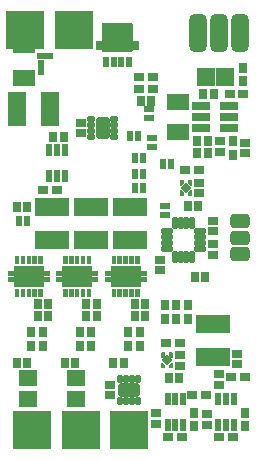
<source format=gbr>
%TF.GenerationSoftware,Altium Limited,Altium Designer,24.6.1 (21)*%
G04 Layer_Color=16711935*
%FSLAX26Y26*%
%MOIN*%
%TF.SameCoordinates,E3325630-42F2-41CE-953C-F4D0AC061200*%
%TF.FilePolarity,Negative*%
%TF.FileFunction,Soldermask,Bot*%
%TF.Part,Single*%
G01*
G75*
%TA.AperFunction,SMDPad,CuDef*%
%ADD77R,0.037528X0.031622*%
%ADD79R,0.031622X0.033197*%
%ADD80R,0.126110X0.126110*%
%ADD81R,0.033197X0.031622*%
%ADD82R,0.031622X0.037528*%
G04:AMPARAMS|DCode=84|XSize=57.213mil|YSize=126.11mil|CornerRadius=16.303mil|HoleSize=0mil|Usage=FLASHONLY|Rotation=0.000|XOffset=0mil|YOffset=0mil|HoleType=Round|Shape=RoundedRectangle|*
%AMROUNDEDRECTD84*
21,1,0.057213,0.093504,0,0,0.0*
21,1,0.024606,0.126110,0,0,0.0*
1,1,0.032606,0.012303,-0.046752*
1,1,0.032606,-0.012303,-0.046752*
1,1,0.032606,-0.012303,0.046752*
1,1,0.032606,0.012303,0.046752*
%
%ADD84ROUNDEDRECTD84*%
G04:AMPARAMS|DCode=89|XSize=67.055mil|YSize=47.37mil|CornerRadius=13.842mil|HoleSize=0mil|Usage=FLASHONLY|Rotation=0.000|XOffset=0mil|YOffset=0mil|HoleType=Round|Shape=RoundedRectangle|*
%AMROUNDEDRECTD89*
21,1,0.067055,0.019685,0,0,0.0*
21,1,0.039370,0.047370,0,0,0.0*
1,1,0.027685,0.019685,-0.009843*
1,1,0.027685,-0.019685,-0.009843*
1,1,0.027685,-0.019685,0.009843*
1,1,0.027685,0.019685,0.009843*
%
%ADD89ROUNDEDRECTD89*%
%ADD90R,0.059181X0.114299*%
%ADD96R,0.021386X0.039496*%
%ADD97R,0.024535X0.033984*%
%ADD98R,0.114299X0.059181*%
%ADD104R,0.072961X0.055244*%
%ADD105R,0.023748X0.035559*%
%ADD106R,0.021779X0.025323*%
%ADD107R,0.025323X0.021779*%
%ADD108R,0.021779X0.041465*%
%ADD109R,0.035559X0.023748*%
G04:AMPARAMS|DCode=110|XSize=41.071mil|YSize=18.236mil|CornerRadius=5.279mil|HoleSize=0mil|Usage=FLASHONLY|Rotation=180.000|XOffset=0mil|YOffset=0mil|HoleType=Round|Shape=RoundedRectangle|*
%AMROUNDEDRECTD110*
21,1,0.041071,0.007677,0,0,180.0*
21,1,0.030512,0.018236,0,0,180.0*
1,1,0.010559,-0.015256,0.003839*
1,1,0.010559,0.015256,0.003839*
1,1,0.010559,0.015256,-0.003839*
1,1,0.010559,-0.015256,-0.003839*
%
%ADD110ROUNDEDRECTD110*%
G04:AMPARAMS|DCode=111|XSize=41.071mil|YSize=18.236mil|CornerRadius=5.279mil|HoleSize=0mil|Usage=FLASHONLY|Rotation=90.000|XOffset=0mil|YOffset=0mil|HoleType=Round|Shape=RoundedRectangle|*
%AMROUNDEDRECTD111*
21,1,0.041071,0.007677,0,0,90.0*
21,1,0.030512,0.018236,0,0,90.0*
1,1,0.010559,0.003839,0.015256*
1,1,0.010559,0.003839,-0.015256*
1,1,0.010559,-0.003839,-0.015256*
1,1,0.010559,-0.003839,0.015256*
%
%ADD111ROUNDEDRECTD111*%
G04:AMPARAMS|DCode=112|XSize=27.685mil|YSize=17.843mil|CornerRadius=5.23mil|HoleSize=0mil|Usage=FLASHONLY|Rotation=270.000|XOffset=0mil|YOffset=0mil|HoleType=Round|Shape=RoundedRectangle|*
%AMROUNDEDRECTD112*
21,1,0.027685,0.007382,0,0,270.0*
21,1,0.017224,0.017843,0,0,270.0*
1,1,0.010461,-0.003691,-0.008612*
1,1,0.010461,-0.003691,0.008612*
1,1,0.010461,0.003691,0.008612*
1,1,0.010461,0.003691,-0.008612*
%
%ADD112ROUNDEDRECTD112*%
%ADD113P,0.033964X4X180.0*%
G04:AMPARAMS|DCode=114|XSize=27.685mil|YSize=17.843mil|CornerRadius=5.23mil|HoleSize=0mil|Usage=FLASHONLY|Rotation=180.000|XOffset=0mil|YOffset=0mil|HoleType=Round|Shape=RoundedRectangle|*
%AMROUNDEDRECTD114*
21,1,0.027685,0.007382,0,0,180.0*
21,1,0.017224,0.017843,0,0,180.0*
1,1,0.010461,-0.008612,0.003691*
1,1,0.010461,0.008612,0.003691*
1,1,0.010461,0.008612,-0.003691*
1,1,0.010461,-0.008612,-0.003691*
%
%ADD114ROUNDEDRECTD114*%
G04:AMPARAMS|DCode=115|XSize=43.433mil|YSize=70.992mil|CornerRadius=4.886mil|HoleSize=0mil|Usage=FLASHONLY|Rotation=180.000|XOffset=0mil|YOffset=0mil|HoleType=Round|Shape=RoundedRectangle|*
%AMROUNDEDRECTD115*
21,1,0.043433,0.061221,0,0,180.0*
21,1,0.033661,0.070992,0,0,180.0*
1,1,0.009772,-0.016831,0.030610*
1,1,0.009772,0.016831,0.030610*
1,1,0.009772,0.016831,-0.030610*
1,1,0.009772,-0.016831,-0.030610*
%
%ADD115ROUNDEDRECTD115*%
%ADD116R,0.061150X0.031622*%
%ADD117R,0.059181X0.063118*%
%ADD118R,0.076898X0.055244*%
G04:AMPARAMS|DCode=119|XSize=43.433mil|YSize=70.992mil|CornerRadius=4.886mil|HoleSize=0mil|Usage=FLASHONLY|Rotation=270.000|XOffset=0mil|YOffset=0mil|HoleType=Round|Shape=RoundedRectangle|*
%AMROUNDEDRECTD119*
21,1,0.043433,0.061221,0,0,270.0*
21,1,0.033661,0.070992,0,0,270.0*
1,1,0.009772,-0.030610,-0.016831*
1,1,0.009772,-0.030610,0.016831*
1,1,0.009772,0.030610,0.016831*
1,1,0.009772,0.030610,-0.016831*
%
%ADD119ROUNDEDRECTD119*%
%ADD120R,0.061150X0.053276*%
G36*
X421192Y1433108D02*
X421707Y1433006D01*
X422203Y1432837D01*
X422673Y1432605D01*
X423110Y1432314D01*
X423504Y1431968D01*
X423849Y1431574D01*
X424141Y1431138D01*
X424373Y1430668D01*
X424541Y1430171D01*
X424644Y1429657D01*
X424678Y1429134D01*
Y1372119D01*
X442126D01*
X442649Y1372084D01*
X443163Y1371982D01*
X443660Y1371814D01*
X444130Y1371582D01*
X444566Y1371290D01*
X444960Y1370945D01*
X445306Y1370551D01*
X445597Y1370114D01*
X445829Y1369644D01*
X445998Y1369148D01*
X446100Y1368633D01*
X446135Y1368110D01*
Y1345669D01*
X446100Y1345146D01*
X445998Y1344632D01*
X445829Y1344135D01*
X445597Y1343665D01*
X445306Y1343229D01*
X444960Y1342835D01*
X444566Y1342489D01*
X444130Y1342198D01*
X443660Y1341966D01*
X443163Y1341797D01*
X442649Y1341695D01*
X442126Y1341661D01*
X424678D01*
Y1338583D01*
X424644Y1338060D01*
X424541Y1337545D01*
X424373Y1337049D01*
X424141Y1336578D01*
X423849Y1336142D01*
X423504Y1335748D01*
X423110Y1335402D01*
X422673Y1335111D01*
X422203Y1334879D01*
X421707Y1334711D01*
X421192Y1334608D01*
X420669Y1334574D01*
X327362D01*
X326839Y1334608D01*
X326325Y1334711D01*
X325828Y1334879D01*
X325358Y1335111D01*
X324922Y1335402D01*
X324528Y1335748D01*
X324182Y1336142D01*
X323891Y1336578D01*
X323659Y1337049D01*
X323490Y1337545D01*
X323388Y1338060D01*
X323354Y1338583D01*
Y1341661D01*
X305906D01*
X305382Y1341695D01*
X304868Y1341797D01*
X304372Y1341966D01*
X303901Y1342198D01*
X303465Y1342489D01*
X303071Y1342835D01*
X302725Y1343229D01*
X302434Y1343665D01*
X302202Y1344135D01*
X302034Y1344632D01*
X301931Y1345146D01*
X301897Y1345669D01*
Y1368110D01*
X301931Y1368633D01*
X302034Y1369148D01*
X302202Y1369644D01*
X302434Y1370114D01*
X302725Y1370551D01*
X303071Y1370945D01*
X303465Y1371290D01*
X303901Y1371582D01*
X304372Y1371814D01*
X304868Y1371982D01*
X305382Y1372084D01*
X305906Y1372119D01*
X323354D01*
Y1429134D01*
X323388Y1429657D01*
X323490Y1430171D01*
X323659Y1430668D01*
X323891Y1431138D01*
X324182Y1431574D01*
X324528Y1431968D01*
X324922Y1432314D01*
X325358Y1432605D01*
X325828Y1432837D01*
X326325Y1433006D01*
X326839Y1433108D01*
X327362Y1433142D01*
X343898D01*
X344421Y1433108D01*
X344935Y1433006D01*
X345432Y1432837D01*
X345902Y1432605D01*
X346338Y1432314D01*
X346732Y1431968D01*
X347078Y1431574D01*
X347369Y1431138D01*
X347601Y1430668D01*
X347770Y1430171D01*
X347872Y1429657D01*
X347906Y1429134D01*
Y1414639D01*
X348944D01*
Y1429134D01*
X348978Y1429657D01*
X349081Y1430171D01*
X349249Y1430668D01*
X349481Y1431138D01*
X349772Y1431574D01*
X350118Y1431968D01*
X350512Y1432314D01*
X350948Y1432605D01*
X351419Y1432837D01*
X351915Y1433006D01*
X352430Y1433108D01*
X352953Y1433142D01*
X369488D01*
X370011Y1433108D01*
X370526Y1433006D01*
X371022Y1432837D01*
X371492Y1432605D01*
X371928Y1432314D01*
X372323Y1431968D01*
X372668Y1431574D01*
X372960Y1431138D01*
X373192Y1430668D01*
X373360Y1430171D01*
X373462Y1429657D01*
X373497Y1429134D01*
Y1414639D01*
X374535D01*
Y1429134D01*
X374569Y1429657D01*
X374671Y1430171D01*
X374840Y1430668D01*
X375072Y1431138D01*
X375363Y1431574D01*
X375709Y1431968D01*
X376103Y1432314D01*
X376539Y1432605D01*
X377009Y1432837D01*
X377506Y1433006D01*
X378020Y1433108D01*
X378543Y1433142D01*
X395079D01*
X395602Y1433108D01*
X396116Y1433006D01*
X396613Y1432837D01*
X397083Y1432605D01*
X397519Y1432314D01*
X397913Y1431968D01*
X398259Y1431574D01*
X398550Y1431138D01*
X398782Y1430668D01*
X398951Y1430171D01*
X399053Y1429657D01*
X399087Y1429134D01*
Y1414639D01*
X400125D01*
Y1429134D01*
X400159Y1429657D01*
X400262Y1430171D01*
X400430Y1430668D01*
X400662Y1431138D01*
X400954Y1431574D01*
X401299Y1431968D01*
X401693Y1432314D01*
X402130Y1432605D01*
X402600Y1432837D01*
X403096Y1433006D01*
X403611Y1433108D01*
X404134Y1433142D01*
X420669D01*
X421192Y1433108D01*
D02*
G37*
G36*
X619693Y908441D02*
X620085Y908347D01*
X620457Y908193D01*
X620800Y907982D01*
X621106Y907721D01*
X621368Y907414D01*
X621579Y907071D01*
X621733Y906699D01*
X621827Y906307D01*
X621858Y905905D01*
Y891732D01*
X621827Y891331D01*
X621733Y890939D01*
X621579Y890567D01*
X621368Y890223D01*
X621106Y889917D01*
X620800Y889656D01*
X620457Y889445D01*
X620085Y889291D01*
X619693Y889197D01*
X619291Y889165D01*
X618110D01*
X617850Y889186D01*
X617712Y889197D01*
X617711Y889197D01*
X617709Y889197D01*
X617500Y889247D01*
X617320Y889290D01*
X617318Y889291D01*
X617317Y889291D01*
X617151Y889360D01*
X616947Y889444D01*
X616946Y889445D01*
X616945Y889445D01*
X616819Y889522D01*
X616604Y889654D01*
X616602Y889655D01*
X616601Y889656D01*
X616513Y889731D01*
X616297Y889915D01*
X609196Y897001D01*
X609194Y897002D01*
X609194Y897003D01*
X609113Y897097D01*
X608934Y897307D01*
X608932Y897308D01*
X608932Y897309D01*
X608869Y897411D01*
X608723Y897650D01*
X608722Y897651D01*
X608721Y897652D01*
X608652Y897822D01*
X608568Y898022D01*
X608568Y898023D01*
X608567Y898025D01*
X608514Y898245D01*
X608474Y898413D01*
X608474Y898414D01*
X608473Y898416D01*
X608452Y898689D01*
X608442Y898815D01*
X608442Y898816D01*
X608442Y898818D01*
Y905905D01*
X608473Y906307D01*
X608567Y906699D01*
X608721Y907071D01*
X608932Y907414D01*
X609194Y907721D01*
X609500Y907982D01*
X609843Y908193D01*
X610216Y908347D01*
X610607Y908441D01*
X611009Y908472D01*
X619291D01*
X619693Y908441D01*
D02*
G37*
G36*
X594117D02*
X594509Y908347D01*
X594881Y908193D01*
X595225Y907982D01*
X595531Y907721D01*
X595793Y907414D01*
X596003Y907071D01*
X596157Y906699D01*
X596251Y906307D01*
X596283Y905905D01*
Y898818D01*
X596283Y898816D01*
X596283Y898815D01*
X596273Y898689D01*
X596251Y898416D01*
X596251Y898414D01*
X596251Y898413D01*
X596210Y898245D01*
X596157Y898025D01*
X596157Y898023D01*
X596156Y898022D01*
X596073Y897822D01*
X596003Y897652D01*
X596002Y897651D01*
X596002Y897650D01*
X595855Y897411D01*
X595793Y897309D01*
X595792Y897308D01*
X595791Y897307D01*
X595611Y897097D01*
X595531Y897003D01*
X595530Y897002D01*
X595529Y897001D01*
X588427Y889915D01*
X588211Y889731D01*
X588123Y889656D01*
X588122Y889655D01*
X588121Y889654D01*
X587905Y889522D01*
X587780Y889445D01*
X587779Y889445D01*
X587777Y889444D01*
X587573Y889360D01*
X587408Y889291D01*
X587406Y889291D01*
X587405Y889290D01*
X587225Y889247D01*
X587016Y889197D01*
X587014Y889197D01*
X587013Y889197D01*
X586875Y889186D01*
X586614Y889165D01*
X585433D01*
X585032Y889197D01*
X584640Y889291D01*
X584268Y889445D01*
X583924Y889656D01*
X583618Y889917D01*
X583356Y890223D01*
X583146Y890567D01*
X582992Y890939D01*
X582898Y891331D01*
X582866Y891732D01*
Y905905D01*
X582898Y906307D01*
X582992Y906699D01*
X583146Y907071D01*
X583356Y907414D01*
X583618Y907721D01*
X583924Y907982D01*
X584268Y908193D01*
X584640Y908347D01*
X585032Y908441D01*
X585433Y908472D01*
X593716D01*
X594117Y908441D01*
D02*
G37*
G36*
X619693Y874583D02*
X620085Y874489D01*
X620457Y874335D01*
X620800Y874124D01*
X621106Y873862D01*
X621368Y873556D01*
X621579Y873213D01*
X621733Y872841D01*
X621827Y872449D01*
X621858Y872047D01*
Y857874D01*
X621827Y857472D01*
X621733Y857081D01*
X621579Y856709D01*
X621368Y856365D01*
X621106Y856059D01*
X620800Y855797D01*
X620457Y855587D01*
X620085Y855433D01*
X619693Y855339D01*
X619291Y855307D01*
X611009D01*
X610607Y855339D01*
X610216Y855433D01*
X609843Y855587D01*
X609500Y855797D01*
X609194Y856059D01*
X608932Y856365D01*
X608721Y856709D01*
X608567Y857081D01*
X608473Y857472D01*
X608442Y857874D01*
Y864962D01*
X608442Y864964D01*
X608442Y864965D01*
X608452Y865091D01*
X608473Y865363D01*
X608474Y865365D01*
X608474Y865366D01*
X608514Y865535D01*
X608567Y865755D01*
X608568Y865756D01*
X608568Y865758D01*
X608652Y865958D01*
X608721Y866127D01*
X608722Y866128D01*
X608723Y866130D01*
X608869Y866368D01*
X608932Y866471D01*
X608932Y866471D01*
X608934Y866473D01*
X609113Y866683D01*
X609194Y866777D01*
X609194Y866778D01*
X609196Y866779D01*
X616297Y873865D01*
X616513Y874049D01*
X616601Y874124D01*
X616602Y874124D01*
X616604Y874126D01*
X616819Y874257D01*
X616945Y874335D01*
X616946Y874335D01*
X616947Y874336D01*
X617151Y874420D01*
X617317Y874489D01*
X617318Y874489D01*
X617320Y874490D01*
X617500Y874533D01*
X617709Y874583D01*
X617711Y874583D01*
X617712Y874583D01*
X617850Y874594D01*
X618110Y874614D01*
X619291D01*
X619693Y874583D01*
D02*
G37*
G36*
X586875Y874594D02*
X587013Y874583D01*
X587014Y874583D01*
X587016Y874583D01*
X587225Y874533D01*
X587405Y874490D01*
X587406Y874489D01*
X587408Y874489D01*
X587573Y874420D01*
X587777Y874336D01*
X587779Y874335D01*
X587780Y874335D01*
X587905Y874257D01*
X588121Y874126D01*
X588122Y874124D01*
X588123Y874124D01*
X588211Y874049D01*
X588427Y873865D01*
X595529Y866779D01*
X595530Y866778D01*
X595531Y866777D01*
X595611Y866683D01*
X595791Y866473D01*
X595792Y866471D01*
X595793Y866471D01*
X595855Y866368D01*
X596002Y866130D01*
X596002Y866128D01*
X596003Y866127D01*
X596073Y865958D01*
X596156Y865758D01*
X596157Y865756D01*
X596157Y865755D01*
X596210Y865535D01*
X596251Y865366D01*
X596251Y865365D01*
X596251Y865363D01*
X596273Y865091D01*
X596283Y864965D01*
X596283Y864964D01*
X596283Y864962D01*
Y857874D01*
X596251Y857472D01*
X596157Y857081D01*
X596003Y856709D01*
X595793Y856365D01*
X595531Y856059D01*
X595225Y855797D01*
X594881Y855587D01*
X594509Y855433D01*
X594117Y855339D01*
X593716Y855307D01*
X585433D01*
X585032Y855339D01*
X584640Y855433D01*
X584268Y855587D01*
X583924Y855797D01*
X583618Y856059D01*
X583356Y856365D01*
X583146Y856709D01*
X582992Y857081D01*
X582898Y857472D01*
X582866Y857874D01*
Y872047D01*
X582898Y872449D01*
X582992Y872841D01*
X583146Y873213D01*
X583356Y873556D01*
X583618Y873862D01*
X583924Y874124D01*
X584268Y874335D01*
X584640Y874489D01*
X585032Y874583D01*
X585433Y874614D01*
X586614D01*
X586875Y874594D01*
D02*
G37*
G36*
X448425Y627165D02*
X433465D01*
Y656299D01*
X448425D01*
Y627165D01*
D02*
G37*
G36*
X428740D02*
X413780D01*
Y656299D01*
X428740D01*
Y627165D01*
D02*
G37*
G36*
X409055D02*
X394095D01*
Y656299D01*
X409055D01*
Y627165D01*
D02*
G37*
G36*
X389370D02*
X374409D01*
Y656299D01*
X389370D01*
Y627165D01*
D02*
G37*
G36*
X369685D02*
X354724D01*
Y656299D01*
X369685D01*
Y627165D01*
D02*
G37*
G36*
X287008D02*
X272047D01*
Y656299D01*
X287008D01*
Y627165D01*
D02*
G37*
G36*
X267323D02*
X252362D01*
Y656299D01*
X267323D01*
Y627165D01*
D02*
G37*
G36*
X247638D02*
X232677D01*
Y656299D01*
X247638D01*
Y627165D01*
D02*
G37*
G36*
X227953D02*
X212992D01*
Y656299D01*
X227953D01*
Y627165D01*
D02*
G37*
G36*
X208268D02*
X193307D01*
Y656299D01*
X208268D01*
Y627165D01*
D02*
G37*
G36*
X125591D02*
X110630D01*
Y656299D01*
X125591D01*
Y627165D01*
D02*
G37*
G36*
X105906D02*
X90945D01*
Y656299D01*
X105906D01*
Y627165D01*
D02*
G37*
G36*
X86221D02*
X71260D01*
Y656299D01*
X86221D01*
Y627165D01*
D02*
G37*
G36*
X66535D02*
X51575D01*
Y656299D01*
X66535D01*
Y627165D01*
D02*
G37*
G36*
X46850D02*
X31890D01*
Y656299D01*
X46850D01*
Y627165D01*
D02*
G37*
G36*
X451575Y604134D02*
X471260D01*
Y588780D01*
X451575D01*
Y584449D01*
X471260D01*
Y569095D01*
X451575D01*
Y551378D01*
X351575D01*
Y569095D01*
X331890D01*
Y584449D01*
X351575D01*
Y588780D01*
X331890D01*
Y604134D01*
X351575D01*
Y621850D01*
X451575D01*
Y604134D01*
D02*
G37*
G36*
X290158D02*
X309842D01*
Y588780D01*
X290158D01*
Y584449D01*
X309842D01*
Y569095D01*
X290158D01*
Y551378D01*
X190157D01*
Y569095D01*
X170472D01*
Y584449D01*
X190157D01*
Y588780D01*
X170472D01*
Y604134D01*
X190157D01*
Y621850D01*
X290158D01*
Y604134D01*
D02*
G37*
G36*
X128740D02*
X148425D01*
Y588780D01*
X128740D01*
Y584449D01*
X148425D01*
Y569095D01*
X128740D01*
Y551378D01*
X28740D01*
Y569095D01*
X9055D01*
Y584449D01*
X28740D01*
Y588780D01*
X9055D01*
Y604134D01*
X28740D01*
Y621850D01*
X128740D01*
Y604134D01*
D02*
G37*
G36*
X448425Y516929D02*
X433465D01*
Y546063D01*
X448425D01*
Y516929D01*
D02*
G37*
G36*
X428740D02*
X413780D01*
Y546063D01*
X428740D01*
Y516929D01*
D02*
G37*
G36*
X409055D02*
X394095D01*
Y546063D01*
X409055D01*
Y516929D01*
D02*
G37*
G36*
X389370D02*
X374409D01*
Y546063D01*
X389370D01*
Y516929D01*
D02*
G37*
G36*
X369685D02*
X354724D01*
Y546063D01*
X369685D01*
Y516929D01*
D02*
G37*
G36*
X287008D02*
X272047D01*
Y546063D01*
X287008D01*
Y516929D01*
D02*
G37*
G36*
X267323D02*
X252362D01*
Y546063D01*
X267323D01*
Y516929D01*
D02*
G37*
G36*
X247638D02*
X232677D01*
Y546063D01*
X247638D01*
Y516929D01*
D02*
G37*
G36*
X227953D02*
X212992D01*
Y546063D01*
X227953D01*
Y516929D01*
D02*
G37*
G36*
X208268D02*
X193307D01*
Y546063D01*
X208268D01*
Y516929D01*
D02*
G37*
G36*
X125591D02*
X110630D01*
Y546063D01*
X125591D01*
Y516929D01*
D02*
G37*
G36*
X105906D02*
X90945D01*
Y546063D01*
X105906D01*
Y516929D01*
D02*
G37*
G36*
X86221D02*
X71260D01*
Y546063D01*
X86221D01*
Y516929D01*
D02*
G37*
G36*
X66535D02*
X51575D01*
Y546063D01*
X66535D01*
Y516929D01*
D02*
G37*
G36*
X46850D02*
X31890D01*
Y546063D01*
X46850D01*
Y516929D01*
D02*
G37*
G36*
X556701Y333638D02*
X557092Y333544D01*
X557465Y333389D01*
X557808Y333179D01*
X558114Y332917D01*
X558376Y332611D01*
X558586Y332268D01*
X558740Y331896D01*
X558835Y331504D01*
X558866Y331102D01*
Y316929D01*
X558835Y316527D01*
X558740Y316136D01*
X558586Y315764D01*
X558376Y315420D01*
X558114Y315114D01*
X557808Y314852D01*
X557465Y314642D01*
X557092Y314488D01*
X556701Y314394D01*
X556299Y314362D01*
X555118D01*
X554857Y314383D01*
X554719Y314393D01*
X554718Y314394D01*
X554716Y314394D01*
X554508Y314444D01*
X554327Y314487D01*
X554326Y314487D01*
X554325Y314488D01*
X554159Y314556D01*
X553955Y314641D01*
X553954Y314641D01*
X553953Y314642D01*
X553827Y314719D01*
X553611Y314851D01*
X553610Y314852D01*
X553609Y314852D01*
X553521Y314928D01*
X553305Y315112D01*
X546203Y322197D01*
X546202Y322199D01*
X546201Y322200D01*
X546121Y322294D01*
X545941Y322503D01*
X545940Y322505D01*
X545940Y322506D01*
X545877Y322608D01*
X545731Y322847D01*
X545730Y322848D01*
X545729Y322849D01*
X545659Y323018D01*
X545576Y323219D01*
X545576Y323220D01*
X545575Y323221D01*
X545522Y323442D01*
X545481Y323610D01*
X545481Y323611D01*
X545481Y323613D01*
X545460Y323885D01*
X545449Y324012D01*
X545450Y324012D01*
X545449Y324015D01*
Y331102D01*
X545481Y331504D01*
X545575Y331896D01*
X545729Y332268D01*
X545940Y332611D01*
X546201Y332917D01*
X546508Y333179D01*
X546851Y333389D01*
X547223Y333544D01*
X547615Y333638D01*
X548016Y333669D01*
X556299D01*
X556701Y333638D01*
D02*
G37*
G36*
X531125D02*
X531517Y333544D01*
X531889Y333389D01*
X532232Y333179D01*
X532539Y332917D01*
X532800Y332611D01*
X533011Y332268D01*
X533165Y331896D01*
X533259Y331504D01*
X533291Y331102D01*
Y324015D01*
X533290Y324012D01*
X533290Y324012D01*
X533280Y323885D01*
X533259Y323613D01*
X533259Y323611D01*
X533259Y323610D01*
X533218Y323442D01*
X533165Y323221D01*
X533164Y323220D01*
X533164Y323219D01*
X533081Y323018D01*
X533011Y322849D01*
X533010Y322848D01*
X533010Y322847D01*
X532863Y322608D01*
X532800Y322506D01*
X532800Y322505D01*
X532799Y322503D01*
X532619Y322294D01*
X532539Y322200D01*
X532538Y322199D01*
X532537Y322197D01*
X525435Y315112D01*
X525219Y314928D01*
X525131Y314852D01*
X525130Y314852D01*
X525129Y314851D01*
X524913Y314719D01*
X524787Y314642D01*
X524786Y314641D01*
X524785Y314641D01*
X524581Y314556D01*
X524415Y314488D01*
X524414Y314487D01*
X524413Y314487D01*
X524232Y314444D01*
X524024Y314394D01*
X524022Y314394D01*
X524021Y314393D01*
X523883Y314383D01*
X523622Y314362D01*
X522441D01*
X522039Y314394D01*
X521648Y314488D01*
X521275Y314642D01*
X520932Y314852D01*
X520626Y315114D01*
X520364Y315420D01*
X520154Y315764D01*
X520000Y316136D01*
X519905Y316527D01*
X519874Y316929D01*
Y331102D01*
X519905Y331504D01*
X520000Y331896D01*
X520154Y332268D01*
X520364Y332611D01*
X520626Y332917D01*
X520932Y333179D01*
X521275Y333389D01*
X521648Y333544D01*
X522039Y333638D01*
X522441Y333669D01*
X530724D01*
X531125Y333638D01*
D02*
G37*
G36*
X556701Y299779D02*
X557092Y299685D01*
X557465Y299531D01*
X557808Y299321D01*
X558114Y299059D01*
X558376Y298753D01*
X558586Y298409D01*
X558740Y298037D01*
X558835Y297646D01*
X558866Y297244D01*
Y283071D01*
X558835Y282669D01*
X558740Y282278D01*
X558586Y281906D01*
X558376Y281562D01*
X558114Y281256D01*
X557808Y280994D01*
X557465Y280784D01*
X557092Y280630D01*
X556701Y280536D01*
X556299Y280504D01*
X548016D01*
X547615Y280536D01*
X547223Y280630D01*
X546851Y280784D01*
X546508Y280994D01*
X546201Y281256D01*
X545940Y281562D01*
X545729Y281906D01*
X545575Y282278D01*
X545481Y282669D01*
X545449Y283071D01*
Y290159D01*
X545450Y290161D01*
X545449Y290161D01*
X545460Y290288D01*
X545481Y290560D01*
X545481Y290562D01*
X545481Y290563D01*
X545522Y290731D01*
X545575Y290952D01*
X545576Y290953D01*
X545576Y290955D01*
X545659Y291155D01*
X545729Y291324D01*
X545730Y291325D01*
X545731Y291327D01*
X545877Y291565D01*
X545940Y291667D01*
X545940Y291668D01*
X545941Y291670D01*
X546121Y291880D01*
X546201Y291974D01*
X546202Y291974D01*
X546203Y291976D01*
X553305Y299061D01*
X553521Y299245D01*
X553609Y299321D01*
X553610Y299321D01*
X553611Y299323D01*
X553827Y299454D01*
X553953Y299531D01*
X553954Y299532D01*
X553955Y299533D01*
X554159Y299617D01*
X554325Y299685D01*
X554326Y299686D01*
X554327Y299686D01*
X554508Y299729D01*
X554716Y299779D01*
X554718Y299780D01*
X554719Y299780D01*
X554857Y299791D01*
X555118Y299811D01*
X556299D01*
X556701Y299779D01*
D02*
G37*
G36*
X523883Y299791D02*
X524021Y299780D01*
X524022Y299780D01*
X524024Y299779D01*
X524232Y299729D01*
X524413Y299686D01*
X524414Y299686D01*
X524415Y299685D01*
X524581Y299617D01*
X524785Y299533D01*
X524786Y299532D01*
X524787Y299531D01*
X524913Y299454D01*
X525129Y299323D01*
X525130Y299321D01*
X525131Y299321D01*
X525219Y299245D01*
X525435Y299061D01*
X532537Y291976D01*
X532538Y291974D01*
X532539Y291974D01*
X532619Y291880D01*
X532799Y291670D01*
X532800Y291668D01*
X532800Y291667D01*
X532863Y291565D01*
X533010Y291327D01*
X533010Y291325D01*
X533011Y291324D01*
X533081Y291155D01*
X533164Y290955D01*
X533164Y290953D01*
X533165Y290952D01*
X533218Y290731D01*
X533259Y290563D01*
X533259Y290562D01*
X533259Y290560D01*
X533280Y290288D01*
X533290Y290161D01*
X533290Y290161D01*
X533291Y290159D01*
Y283071D01*
X533259Y282669D01*
X533165Y282278D01*
X533011Y281906D01*
X532800Y281562D01*
X532539Y281256D01*
X532232Y280994D01*
X531889Y280784D01*
X531517Y280630D01*
X531125Y280536D01*
X530724Y280504D01*
X522441D01*
X522039Y280536D01*
X521648Y280630D01*
X521275Y280784D01*
X520932Y280994D01*
X520626Y281256D01*
X520364Y281562D01*
X520154Y281906D01*
X520000Y282278D01*
X519905Y282669D01*
X519874Y283071D01*
Y297244D01*
X519905Y297646D01*
X520000Y298037D01*
X520154Y298409D01*
X520364Y298753D01*
X520626Y299059D01*
X520932Y299321D01*
X521275Y299531D01*
X521648Y299685D01*
X522039Y299779D01*
X522441Y299811D01*
X523622D01*
X523883Y299791D01*
D02*
G37*
D77*
X172244Y874016D02*
D03*
X126969D02*
D03*
X752953Y251969D02*
D03*
X798228D02*
D03*
X623032Y192913D02*
D03*
X668307D02*
D03*
X491142Y1251968D02*
D03*
X445866D02*
D03*
X491142Y1212598D02*
D03*
X445866D02*
D03*
X581693Y366142D02*
D03*
X536417D02*
D03*
X749016Y1196850D02*
D03*
X794291D02*
D03*
X644685Y940945D02*
D03*
X599409D02*
D03*
X758858Y51181D02*
D03*
X713583D02*
D03*
X589567D02*
D03*
X544291D02*
D03*
D79*
X72441Y818898D02*
D03*
X37795D02*
D03*
X159842Y1051181D02*
D03*
X194488D02*
D03*
X485827Y1173228D02*
D03*
X451181D02*
D03*
X632283Y586614D02*
D03*
X666929D02*
D03*
X545669Y248031D02*
D03*
X580315D02*
D03*
X640157Y1000000D02*
D03*
X674803D02*
D03*
X659842Y1196850D02*
D03*
X694488D02*
D03*
X640157Y1039370D02*
D03*
X674803D02*
D03*
X608661Y822835D02*
D03*
X643307D02*
D03*
X37795Y299213D02*
D03*
X72441D02*
D03*
X304724Y456693D02*
D03*
X270079D02*
D03*
X304724Y496063D02*
D03*
X270079D02*
D03*
X143307Y456693D02*
D03*
X108662D02*
D03*
X466142D02*
D03*
X431496D02*
D03*
X143307Y496063D02*
D03*
X108662D02*
D03*
X466142D02*
D03*
X431496D02*
D03*
X395276Y299213D02*
D03*
X360630D02*
D03*
X233858D02*
D03*
X199213D02*
D03*
D80*
X228346Y1409449D02*
D03*
X66929D02*
D03*
X413386Y74803D02*
D03*
X251969D02*
D03*
X90551D02*
D03*
D81*
X771654Y328346D02*
D03*
Y293701D02*
D03*
X712598Y261417D02*
D03*
Y226772D02*
D03*
X515748Y608661D02*
D03*
Y643307D02*
D03*
X692913Y694488D02*
D03*
Y659843D02*
D03*
Y738583D02*
D03*
Y773228D02*
D03*
X350394Y191339D02*
D03*
X582677Y324409D02*
D03*
Y289764D02*
D03*
X350394Y225984D02*
D03*
X716535Y1037008D02*
D03*
Y1002362D02*
D03*
X799213Y998425D02*
D03*
Y1033071D02*
D03*
X645669Y899213D02*
D03*
Y864567D02*
D03*
X503937Y96850D02*
D03*
Y131496D02*
D03*
X673228Y127559D02*
D03*
Y92913D02*
D03*
X251969Y1100000D02*
D03*
Y1065354D02*
D03*
D82*
X531496Y491142D02*
D03*
Y445866D02*
D03*
X610236Y491142D02*
D03*
Y445866D02*
D03*
X570866Y491142D02*
D03*
Y445866D02*
D03*
X791339Y1282480D02*
D03*
Y1237205D02*
D03*
X759843Y1038386D02*
D03*
Y993110D02*
D03*
X629921Y132874D02*
D03*
Y87599D02*
D03*
X799212Y132874D02*
D03*
Y87599D02*
D03*
X409449Y355315D02*
D03*
Y400591D02*
D03*
X287402Y355315D02*
D03*
Y400591D02*
D03*
X248032Y355315D02*
D03*
Y400591D02*
D03*
X448819Y355315D02*
D03*
Y400591D02*
D03*
X125984Y355315D02*
D03*
Y400591D02*
D03*
X86614Y355315D02*
D03*
Y400591D02*
D03*
D84*
X783465Y1397638D02*
D03*
X712598D02*
D03*
X641732D02*
D03*
D89*
X783465Y771654D02*
D03*
Y661417D02*
D03*
Y716535D02*
D03*
D90*
X149606Y1145669D02*
D03*
X39370D02*
D03*
D96*
X335629Y1409450D02*
D03*
X361219D02*
D03*
X386811D02*
D03*
X412401D02*
D03*
D97*
X361220Y1300394D02*
D03*
X386811D02*
D03*
X335630D02*
D03*
X412401D02*
D03*
D98*
X287402Y818898D02*
D03*
Y708661D02*
D03*
X157480Y818898D02*
D03*
Y708661D02*
D03*
X417323Y818898D02*
D03*
Y708661D02*
D03*
X692913Y318898D02*
D03*
Y429134D02*
D03*
D104*
X62992Y1358268D02*
D03*
Y1248032D02*
D03*
D105*
X45276Y771654D02*
D03*
X72835D02*
D03*
X553150Y960630D02*
D03*
X525591D02*
D03*
X458661Y929134D02*
D03*
X431102D02*
D03*
X458661Y980315D02*
D03*
X431102D02*
D03*
X458661Y881890D02*
D03*
X431102D02*
D03*
X442913Y1055118D02*
D03*
X415354D02*
D03*
D106*
X118110Y1270669D02*
D03*
Y1296260D02*
D03*
D107*
X121063Y1322835D02*
D03*
X146654D02*
D03*
D108*
X147638Y1007874D02*
D03*
X173228D02*
D03*
X198819D02*
D03*
Y921260D02*
D03*
X147638D02*
D03*
X173228D02*
D03*
X592520Y90551D02*
D03*
X566929D02*
D03*
X541339D02*
D03*
Y177165D02*
D03*
X592520D02*
D03*
X566929D02*
D03*
X761811Y90551D02*
D03*
X736220D02*
D03*
X710630D02*
D03*
Y177165D02*
D03*
X761811D02*
D03*
X736220D02*
D03*
D109*
X488189Y1047244D02*
D03*
Y1019685D02*
D03*
X480315Y1116142D02*
D03*
Y1143701D02*
D03*
X531496Y820866D02*
D03*
Y793307D02*
D03*
D110*
X537992Y738189D02*
D03*
Y718504D02*
D03*
Y698819D02*
D03*
Y679134D02*
D03*
X650984D02*
D03*
Y698819D02*
D03*
Y718504D02*
D03*
Y738189D02*
D03*
D111*
X624016Y765158D02*
D03*
X604331D02*
D03*
X584646D02*
D03*
X564961D02*
D03*
Y652165D02*
D03*
X584646D02*
D03*
X604331D02*
D03*
X624016D02*
D03*
D112*
X383858Y171260D02*
D03*
X403543D02*
D03*
X423228D02*
D03*
X442913D02*
D03*
Y246063D02*
D03*
X423228D02*
D03*
X403543D02*
D03*
X383858D02*
D03*
D113*
X539370Y307087D02*
D03*
X602362Y881890D02*
D03*
D114*
X362205Y1110236D02*
D03*
Y1090551D02*
D03*
Y1070866D02*
D03*
Y1051181D02*
D03*
X287401D02*
D03*
Y1070866D02*
D03*
Y1090551D02*
D03*
Y1110236D02*
D03*
D115*
X324803Y1080709D02*
D03*
D116*
X654134D02*
D03*
Y1118110D02*
D03*
Y1155512D02*
D03*
X747441Y1080709D02*
D03*
Y1118110D02*
D03*
Y1155512D02*
D03*
D117*
X669291Y1251968D02*
D03*
X732284D02*
D03*
D118*
X574803Y1067913D02*
D03*
Y1168307D02*
D03*
D119*
X413386Y208661D02*
D03*
D120*
X74803Y178150D02*
D03*
Y247047D02*
D03*
X236220D02*
D03*
Y178150D02*
D03*
%TF.MD5,510eda8529dc2934bd45c636383f7071*%
M02*

</source>
